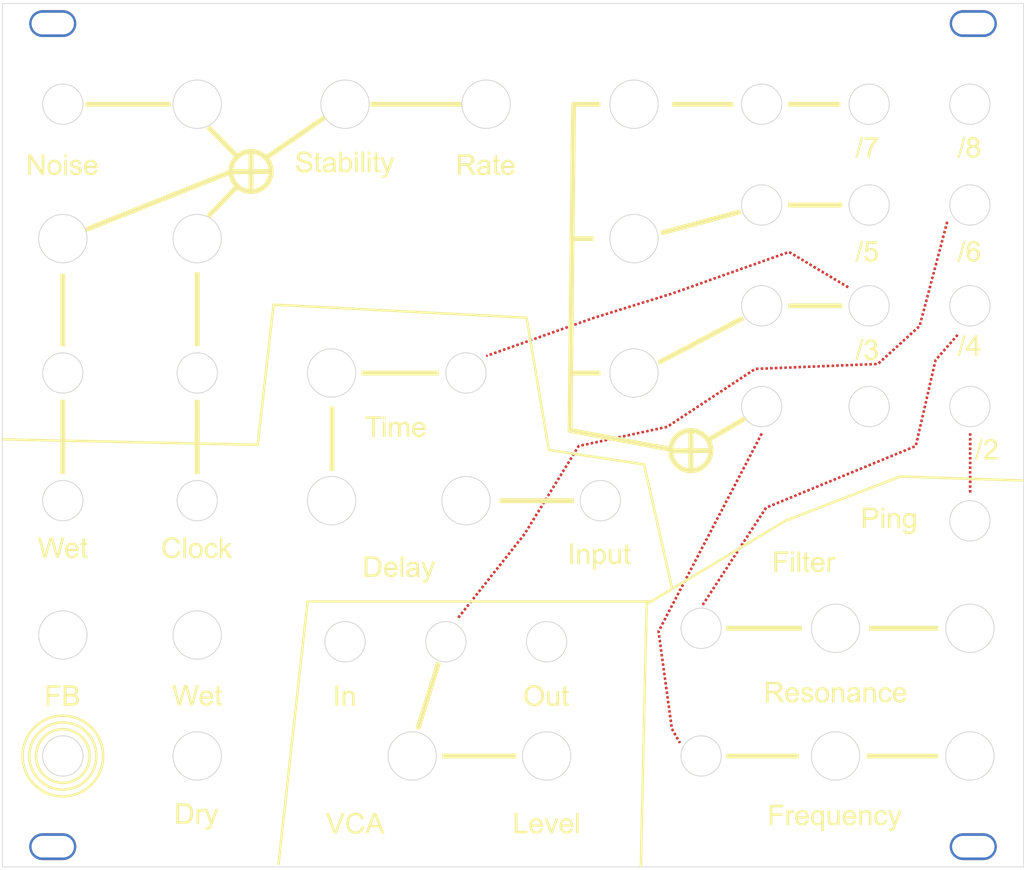
<source format=kicad_pcb>
(kicad_pcb (version 20211014) (generator pcbnew)
  (title_block (title "The Mercurial Machine Front Panel") (date "2022-10-25") (rev "r01") (comment 2 "creativecommons.org/licenses/by/4.0") (comment 3 "License: CC BY 4.0") (comment 4 "Author: Guy John"))
  (layers (0 "F.Cu" signal) (31 "B.Cu" signal) (36 "B.SilkS" user "B.Silkscreen") (37 "F.SilkS" user "F.Silkscreen") (38 "B.Mask" user) (39 "F.Mask" user) (44 "Edge.Cuts" user))
  (net 0 "")
  (footprint "mercurial-graphics:mercurial-kicad-front-panel" (layer "F.Cu") (at 239 131)
    (fp_text reference "Ref**" hide)
    (fp_text value "Val**" hide)
    (fp_line (start -76 64.5) (end -76 -64) (layer "Edge.Cuts") (width 0.1))
    (fp_line (start -76 -64) (end 76 -64) (layer "Edge.Cuts") (width 0.1))
    (fp_line (start 76 64.5) (end -76 64.5) (layer "Edge.Cuts") (width 0.1))
    (fp_line (start 76 -64) (end 76 64.5) (layer "Edge.Cuts") (width 0.1))
    (fp_circle (center -47 30) (end -43.4 30) (layer "Edge.Cuts") (width 0.12) (fill none))
    (fp_circle (center 37 -4) (end 40 -4) (layer "Edge.Cuts") (width 0.12) (fill none))
    (fp_circle (center -15 48) (end -11.4 48) (layer "Edge.Cuts") (width 0.12) (fill none))
    (fp_circle (center -67 10) (end -64 10) (layer "Edge.Cuts") (width 0.12) (fill none))
    (fp_circle (center -67 48) (end -64 48) (layer "Edge.Cuts") (width 0.12) (fill none))
    (fp_circle (center -47 -49) (end -43.4 -49) (layer "Edge.Cuts") (width 0.12) (fill none))
    (fp_circle (center 53 -34) (end 56 -34) (layer "Edge.Cuts") (width 0.12) (fill none))
    (fp_circle (center -7 -9) (end -4 -9) (layer "Edge.Cuts") (width 0.12) (fill none))
    (fp_circle (center 68 48) (end 71.6 48) (layer "Edge.Cuts") (width 0.12) (fill none))
    (fp_circle (center -67 -29) (end -63.4 -29) (layer "Edge.Cuts") (width 0.12) (fill none))
    (fp_circle (center 68 -49) (end 71 -49) (layer "Edge.Cuts") (width 0.12) (fill none))
    (fp_circle (center 18 -49) (end 21.6 -49) (layer "Edge.Cuts") (width 0.12) (fill none))
    (fp_circle (center -27 10) (end -23.4 10) (layer "Edge.Cuts") (width 0.12) (fill none))
    (fp_circle (center 68 -34) (end 71 -34) (layer "Edge.Cuts") (width 0.12) (fill none))
    (fp_circle (center 37 -49) (end 40 -49) (layer "Edge.Cuts") (width 0.12) (fill none))
    (fp_circle (center 18 -9) (end 21.6 -9) (layer "Edge.Cuts") (width 0.12) (fill none))
    (fp_circle (center -4 -49) (end -0.4 -49) (layer "Edge.Cuts") (width 0.12) (fill none))
    (fp_circle (center 53 -4) (end 56 -4) (layer "Edge.Cuts") (width 0.12) (fill none))
    (fp_circle (center -47 10) (end -44 10) (layer "Edge.Cuts") (width 0.12) (fill none))
    (fp_circle (center 48 29) (end 51.6 29) (layer "Edge.Cuts") (width 0.12) (fill none))
    (fp_circle (center 18 -29) (end 21.6 -29) (layer "Edge.Cuts") (width 0.12) (fill none))
    (fp_circle (center 28 29) (end 31 29) (layer "Edge.Cuts") (width 0.12) (fill none))
    (fp_circle (center 5 31) (end 8 31) (layer "Edge.Cuts") (width 0.12) (fill none))
    (fp_circle (center 13 10) (end 16 10) (layer "Edge.Cuts") (width 0.12) (fill none))
    (fp_circle (center 5 48) (end 8.6 48) (layer "Edge.Cuts") (width 0.12) (fill none))
    (fp_circle (center 48 48) (end 51.6 48) (layer "Edge.Cuts") (width 0.12) (fill none))
    (fp_circle (center -47 -29) (end -43.4 -29) (layer "Edge.Cuts") (width 0.12) (fill none))
    (fp_circle (center 37 -34) (end 40 -34) (layer "Edge.Cuts") (width 0.12) (fill none))
    (fp_circle (center 68 13) (end 71 13) (layer "Edge.Cuts") (width 0.12) (fill none))
    (fp_circle (center 53 -19) (end 56 -19) (layer "Edge.Cuts") (width 0.12) (fill none))
    (fp_circle (center 37 -19) (end 40 -19) (layer "Edge.Cuts") (width 0.12) (fill none))
    (fp_circle (center -67 -9) (end -64 -9) (layer "Edge.Cuts") (width 0.12) (fill none))
    (fp_circle (center -25 31) (end -22 31) (layer "Edge.Cuts") (width 0.12) (fill none))
    (fp_circle (center -7 10) (end -3.4 10) (layer "Edge.Cuts") (width 0.12) (fill none))
    (fp_circle (center 68 29) (end 71.6 29) (layer "Edge.Cuts") (width 0.12) (fill none))
    (fp_circle (center -25 -49) (end -21.4 -49) (layer "Edge.Cuts") (width 0.12) (fill none))
    (fp_circle (center -47 -9) (end -44 -9) (layer "Edge.Cuts") (width 0.12) (fill none))
    (fp_circle (center -10 31) (end -7 31) (layer "Edge.Cuts") (width 0.12) (fill none))
    (fp_circle (center -67 30) (end -63.4 30) (layer "Edge.Cuts") (width 0.12) (fill none))
    (fp_circle (center -47 48) (end -43.4 48) (layer "Edge.Cuts") (width 0.12) (fill none))
    (fp_circle (center 68 -19) (end 71 -19) (layer "Edge.Cuts") (width 0.12) (fill none))
    (fp_circle (center -67 -49) (end -64 -49) (layer "Edge.Cuts") (width 0.12) (fill none))
    (fp_circle (center 68 -4) (end 71 -4) (layer "Edge.Cuts") (width 0.12) (fill none))
    (fp_circle (center 28 48) (end 31 48) (layer "Edge.Cuts") (width 0.12) (fill none))
    (fp_circle (center -27 -9) (end -23.4 -9) (layer "Edge.Cuts") (width 0.12) (fill none))
    (fp_circle (center 53 -49) (end 56 -49) (layer "Edge.Cuts") (width 0.12) (fill none))
  )
)
</source>
